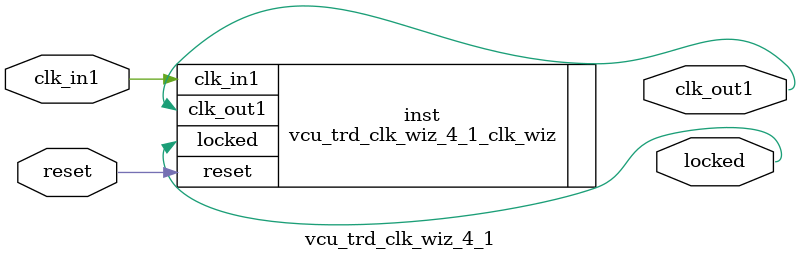
<source format=v>


`timescale 1ps/1ps

(* CORE_GENERATION_INFO = "vcu_trd_clk_wiz_4_1,clk_wiz_v6_0_1_0_0,{component_name=vcu_trd_clk_wiz_4_1,use_phase_alignment=false,use_min_o_jitter=false,use_max_i_jitter=false,use_dyn_phase_shift=false,use_inclk_switchover=false,use_dyn_reconfig=false,enable_axi=0,feedback_source=FDBK_AUTO,PRIMITIVE=MMCM,num_out_clk=1,clkin1_period=10.000,clkin2_period=10.000,use_power_down=false,use_reset=true,use_locked=true,use_inclk_stopped=false,feedback_type=SINGLE,CLOCK_MGR_TYPE=NA,manual_override=false}" *)

module vcu_trd_clk_wiz_4_1 
 (
  // Clock out ports
  output        clk_out1,
  // Status and control signals
  input         reset,
  output        locked,
 // Clock in ports
  input         clk_in1
 );

  vcu_trd_clk_wiz_4_1_clk_wiz inst
  (
  // Clock out ports  
  .clk_out1(clk_out1),
  // Status and control signals               
  .reset(reset), 
  .locked(locked),
 // Clock in ports
  .clk_in1(clk_in1)
  );

endmodule

</source>
